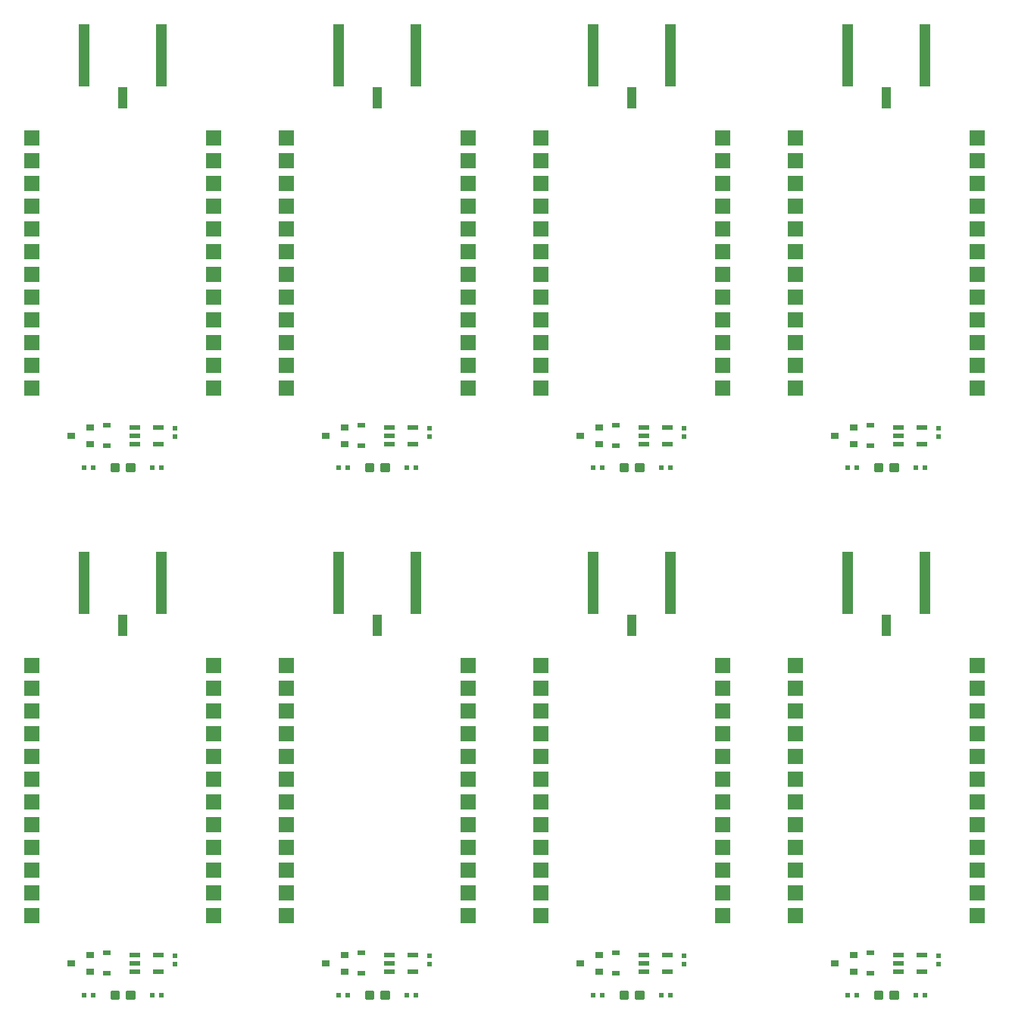
<source format=gtp>
G04 EAGLE Gerber RS-274X export*
G75*
%MOMM*%
%FSLAX34Y34*%
%LPD*%
%INSolderpaste Top*%
%IPPOS*%
%AMOC8*
5,1,8,0,0,1.08239X$1,22.5*%
G01*
%ADD10R,0.600000X0.600000*%
%ADD11C,0.300000*%
%ADD12R,1.100000X2.400000*%
%ADD13R,1.250000X7.000000*%
%ADD14R,1.778000X1.778000*%
%ADD15R,1.200000X0.550000*%
%ADD16R,0.830000X0.630000*%
%ADD17R,0.900000X0.800000*%


D10*
X172800Y12700D03*
X182800Y12700D03*
D11*
X134430Y16200D02*
X134430Y9200D01*
X127430Y9200D01*
X127430Y16200D01*
X134430Y16200D01*
X134430Y12050D02*
X127430Y12050D01*
X127430Y14900D02*
X134430Y14900D01*
X151970Y16200D02*
X151970Y9200D01*
X144970Y9200D01*
X144970Y16200D01*
X151970Y16200D01*
X151970Y12050D02*
X144970Y12050D01*
X144970Y14900D02*
X151970Y14900D01*
D12*
X139700Y426100D03*
D13*
X96650Y473000D03*
X182750Y473000D03*
D14*
X38100Y381000D03*
X38100Y355600D03*
X38100Y330200D03*
X38100Y304800D03*
X38100Y279400D03*
X38100Y254000D03*
X38100Y228600D03*
X38100Y203200D03*
X38100Y177800D03*
X38100Y152400D03*
X38100Y127000D03*
X38100Y101600D03*
X241300Y101600D03*
X241300Y127000D03*
X241300Y152400D03*
X241300Y177800D03*
X241300Y203200D03*
X241300Y228600D03*
X241300Y254000D03*
X241300Y279400D03*
X241300Y304800D03*
X241300Y330200D03*
X241300Y355600D03*
X241300Y381000D03*
D15*
X153369Y57760D03*
X153369Y48260D03*
X153369Y38760D03*
X179371Y38760D03*
X179371Y57760D03*
D10*
X198120Y57070D03*
X198120Y47070D03*
D16*
X121920Y59760D03*
X121920Y36760D03*
D17*
X102710Y38760D03*
X102710Y57760D03*
X81710Y48260D03*
D10*
X106600Y12700D03*
X96600Y12700D03*
X457280Y12700D03*
X467280Y12700D03*
D11*
X418910Y16200D02*
X418910Y9200D01*
X411910Y9200D01*
X411910Y16200D01*
X418910Y16200D01*
X418910Y12050D02*
X411910Y12050D01*
X411910Y14900D02*
X418910Y14900D01*
X436450Y16200D02*
X436450Y9200D01*
X429450Y9200D01*
X429450Y16200D01*
X436450Y16200D01*
X436450Y12050D02*
X429450Y12050D01*
X429450Y14900D02*
X436450Y14900D01*
D12*
X424180Y426100D03*
D13*
X381130Y473000D03*
X467230Y473000D03*
D14*
X322580Y381000D03*
X322580Y355600D03*
X322580Y330200D03*
X322580Y304800D03*
X322580Y279400D03*
X322580Y254000D03*
X322580Y228600D03*
X322580Y203200D03*
X322580Y177800D03*
X322580Y152400D03*
X322580Y127000D03*
X322580Y101600D03*
X525780Y101600D03*
X525780Y127000D03*
X525780Y152400D03*
X525780Y177800D03*
X525780Y203200D03*
X525780Y228600D03*
X525780Y254000D03*
X525780Y279400D03*
X525780Y304800D03*
X525780Y330200D03*
X525780Y355600D03*
X525780Y381000D03*
D15*
X437849Y57760D03*
X437849Y48260D03*
X437849Y38760D03*
X463851Y38760D03*
X463851Y57760D03*
D10*
X482600Y57070D03*
X482600Y47070D03*
D16*
X406400Y59760D03*
X406400Y36760D03*
D17*
X387190Y38760D03*
X387190Y57760D03*
X366190Y48260D03*
D10*
X391080Y12700D03*
X381080Y12700D03*
X741760Y12700D03*
X751760Y12700D03*
D11*
X703390Y16200D02*
X703390Y9200D01*
X696390Y9200D01*
X696390Y16200D01*
X703390Y16200D01*
X703390Y12050D02*
X696390Y12050D01*
X696390Y14900D02*
X703390Y14900D01*
X720930Y16200D02*
X720930Y9200D01*
X713930Y9200D01*
X713930Y16200D01*
X720930Y16200D01*
X720930Y12050D02*
X713930Y12050D01*
X713930Y14900D02*
X720930Y14900D01*
D12*
X708660Y426100D03*
D13*
X665610Y473000D03*
X751710Y473000D03*
D14*
X607060Y381000D03*
X607060Y355600D03*
X607060Y330200D03*
X607060Y304800D03*
X607060Y279400D03*
X607060Y254000D03*
X607060Y228600D03*
X607060Y203200D03*
X607060Y177800D03*
X607060Y152400D03*
X607060Y127000D03*
X607060Y101600D03*
X810260Y101600D03*
X810260Y127000D03*
X810260Y152400D03*
X810260Y177800D03*
X810260Y203200D03*
X810260Y228600D03*
X810260Y254000D03*
X810260Y279400D03*
X810260Y304800D03*
X810260Y330200D03*
X810260Y355600D03*
X810260Y381000D03*
D15*
X722329Y57760D03*
X722329Y48260D03*
X722329Y38760D03*
X748331Y38760D03*
X748331Y57760D03*
D10*
X767080Y57070D03*
X767080Y47070D03*
D16*
X690880Y59760D03*
X690880Y36760D03*
D17*
X671670Y38760D03*
X671670Y57760D03*
X650670Y48260D03*
D10*
X675560Y12700D03*
X665560Y12700D03*
X1026240Y12700D03*
X1036240Y12700D03*
D11*
X987870Y16200D02*
X987870Y9200D01*
X980870Y9200D01*
X980870Y16200D01*
X987870Y16200D01*
X987870Y12050D02*
X980870Y12050D01*
X980870Y14900D02*
X987870Y14900D01*
X1005410Y16200D02*
X1005410Y9200D01*
X998410Y9200D01*
X998410Y16200D01*
X1005410Y16200D01*
X1005410Y12050D02*
X998410Y12050D01*
X998410Y14900D02*
X1005410Y14900D01*
D12*
X993140Y426100D03*
D13*
X950090Y473000D03*
X1036190Y473000D03*
D14*
X891540Y381000D03*
X891540Y355600D03*
X891540Y330200D03*
X891540Y304800D03*
X891540Y279400D03*
X891540Y254000D03*
X891540Y228600D03*
X891540Y203200D03*
X891540Y177800D03*
X891540Y152400D03*
X891540Y127000D03*
X891540Y101600D03*
X1094740Y101600D03*
X1094740Y127000D03*
X1094740Y152400D03*
X1094740Y177800D03*
X1094740Y203200D03*
X1094740Y228600D03*
X1094740Y254000D03*
X1094740Y279400D03*
X1094740Y304800D03*
X1094740Y330200D03*
X1094740Y355600D03*
X1094740Y381000D03*
D15*
X1006809Y57760D03*
X1006809Y48260D03*
X1006809Y38760D03*
X1032811Y38760D03*
X1032811Y57760D03*
D10*
X1051560Y57070D03*
X1051560Y47070D03*
D16*
X975360Y59760D03*
X975360Y36760D03*
D17*
X956150Y38760D03*
X956150Y57760D03*
X935150Y48260D03*
D10*
X960040Y12700D03*
X950040Y12700D03*
X172800Y601980D03*
X182800Y601980D03*
D11*
X134430Y605480D02*
X134430Y598480D01*
X127430Y598480D01*
X127430Y605480D01*
X134430Y605480D01*
X134430Y601330D02*
X127430Y601330D01*
X127430Y604180D02*
X134430Y604180D01*
X151970Y605480D02*
X151970Y598480D01*
X144970Y598480D01*
X144970Y605480D01*
X151970Y605480D01*
X151970Y601330D02*
X144970Y601330D01*
X144970Y604180D02*
X151970Y604180D01*
D12*
X139700Y1015380D03*
D13*
X96650Y1062280D03*
X182750Y1062280D03*
D14*
X38100Y970280D03*
X38100Y944880D03*
X38100Y919480D03*
X38100Y894080D03*
X38100Y868680D03*
X38100Y843280D03*
X38100Y817880D03*
X38100Y792480D03*
X38100Y767080D03*
X38100Y741680D03*
X38100Y716280D03*
X38100Y690880D03*
X241300Y690880D03*
X241300Y716280D03*
X241300Y741680D03*
X241300Y767080D03*
X241300Y792480D03*
X241300Y817880D03*
X241300Y843280D03*
X241300Y868680D03*
X241300Y894080D03*
X241300Y919480D03*
X241300Y944880D03*
X241300Y970280D03*
D15*
X153369Y647040D03*
X153369Y637540D03*
X153369Y628040D03*
X179371Y628040D03*
X179371Y647040D03*
D10*
X198120Y646350D03*
X198120Y636350D03*
D16*
X121920Y649040D03*
X121920Y626040D03*
D17*
X102710Y628040D03*
X102710Y647040D03*
X81710Y637540D03*
D10*
X106600Y601980D03*
X96600Y601980D03*
X457280Y601980D03*
X467280Y601980D03*
D11*
X418910Y605480D02*
X418910Y598480D01*
X411910Y598480D01*
X411910Y605480D01*
X418910Y605480D01*
X418910Y601330D02*
X411910Y601330D01*
X411910Y604180D02*
X418910Y604180D01*
X436450Y605480D02*
X436450Y598480D01*
X429450Y598480D01*
X429450Y605480D01*
X436450Y605480D01*
X436450Y601330D02*
X429450Y601330D01*
X429450Y604180D02*
X436450Y604180D01*
D12*
X424180Y1015380D03*
D13*
X381130Y1062280D03*
X467230Y1062280D03*
D14*
X322580Y970280D03*
X322580Y944880D03*
X322580Y919480D03*
X322580Y894080D03*
X322580Y868680D03*
X322580Y843280D03*
X322580Y817880D03*
X322580Y792480D03*
X322580Y767080D03*
X322580Y741680D03*
X322580Y716280D03*
X322580Y690880D03*
X525780Y690880D03*
X525780Y716280D03*
X525780Y741680D03*
X525780Y767080D03*
X525780Y792480D03*
X525780Y817880D03*
X525780Y843280D03*
X525780Y868680D03*
X525780Y894080D03*
X525780Y919480D03*
X525780Y944880D03*
X525780Y970280D03*
D15*
X437849Y647040D03*
X437849Y637540D03*
X437849Y628040D03*
X463851Y628040D03*
X463851Y647040D03*
D10*
X482600Y646350D03*
X482600Y636350D03*
D16*
X406400Y649040D03*
X406400Y626040D03*
D17*
X387190Y628040D03*
X387190Y647040D03*
X366190Y637540D03*
D10*
X391080Y601980D03*
X381080Y601980D03*
X741760Y601980D03*
X751760Y601980D03*
D11*
X703390Y605480D02*
X703390Y598480D01*
X696390Y598480D01*
X696390Y605480D01*
X703390Y605480D01*
X703390Y601330D02*
X696390Y601330D01*
X696390Y604180D02*
X703390Y604180D01*
X720930Y605480D02*
X720930Y598480D01*
X713930Y598480D01*
X713930Y605480D01*
X720930Y605480D01*
X720930Y601330D02*
X713930Y601330D01*
X713930Y604180D02*
X720930Y604180D01*
D12*
X708660Y1015380D03*
D13*
X665610Y1062280D03*
X751710Y1062280D03*
D14*
X607060Y970280D03*
X607060Y944880D03*
X607060Y919480D03*
X607060Y894080D03*
X607060Y868680D03*
X607060Y843280D03*
X607060Y817880D03*
X607060Y792480D03*
X607060Y767080D03*
X607060Y741680D03*
X607060Y716280D03*
X607060Y690880D03*
X810260Y690880D03*
X810260Y716280D03*
X810260Y741680D03*
X810260Y767080D03*
X810260Y792480D03*
X810260Y817880D03*
X810260Y843280D03*
X810260Y868680D03*
X810260Y894080D03*
X810260Y919480D03*
X810260Y944880D03*
X810260Y970280D03*
D15*
X722329Y647040D03*
X722329Y637540D03*
X722329Y628040D03*
X748331Y628040D03*
X748331Y647040D03*
D10*
X767080Y646350D03*
X767080Y636350D03*
D16*
X690880Y649040D03*
X690880Y626040D03*
D17*
X671670Y628040D03*
X671670Y647040D03*
X650670Y637540D03*
D10*
X675560Y601980D03*
X665560Y601980D03*
X1026240Y601980D03*
X1036240Y601980D03*
D11*
X987870Y605480D02*
X987870Y598480D01*
X980870Y598480D01*
X980870Y605480D01*
X987870Y605480D01*
X987870Y601330D02*
X980870Y601330D01*
X980870Y604180D02*
X987870Y604180D01*
X1005410Y605480D02*
X1005410Y598480D01*
X998410Y598480D01*
X998410Y605480D01*
X1005410Y605480D01*
X1005410Y601330D02*
X998410Y601330D01*
X998410Y604180D02*
X1005410Y604180D01*
D12*
X993140Y1015380D03*
D13*
X950090Y1062280D03*
X1036190Y1062280D03*
D14*
X891540Y970280D03*
X891540Y944880D03*
X891540Y919480D03*
X891540Y894080D03*
X891540Y868680D03*
X891540Y843280D03*
X891540Y817880D03*
X891540Y792480D03*
X891540Y767080D03*
X891540Y741680D03*
X891540Y716280D03*
X891540Y690880D03*
X1094740Y690880D03*
X1094740Y716280D03*
X1094740Y741680D03*
X1094740Y767080D03*
X1094740Y792480D03*
X1094740Y817880D03*
X1094740Y843280D03*
X1094740Y868680D03*
X1094740Y894080D03*
X1094740Y919480D03*
X1094740Y944880D03*
X1094740Y970280D03*
D15*
X1006809Y647040D03*
X1006809Y637540D03*
X1006809Y628040D03*
X1032811Y628040D03*
X1032811Y647040D03*
D10*
X1051560Y646350D03*
X1051560Y636350D03*
D16*
X975360Y649040D03*
X975360Y626040D03*
D17*
X956150Y628040D03*
X956150Y647040D03*
X935150Y637540D03*
D10*
X960040Y601980D03*
X950040Y601980D03*
M02*

</source>
